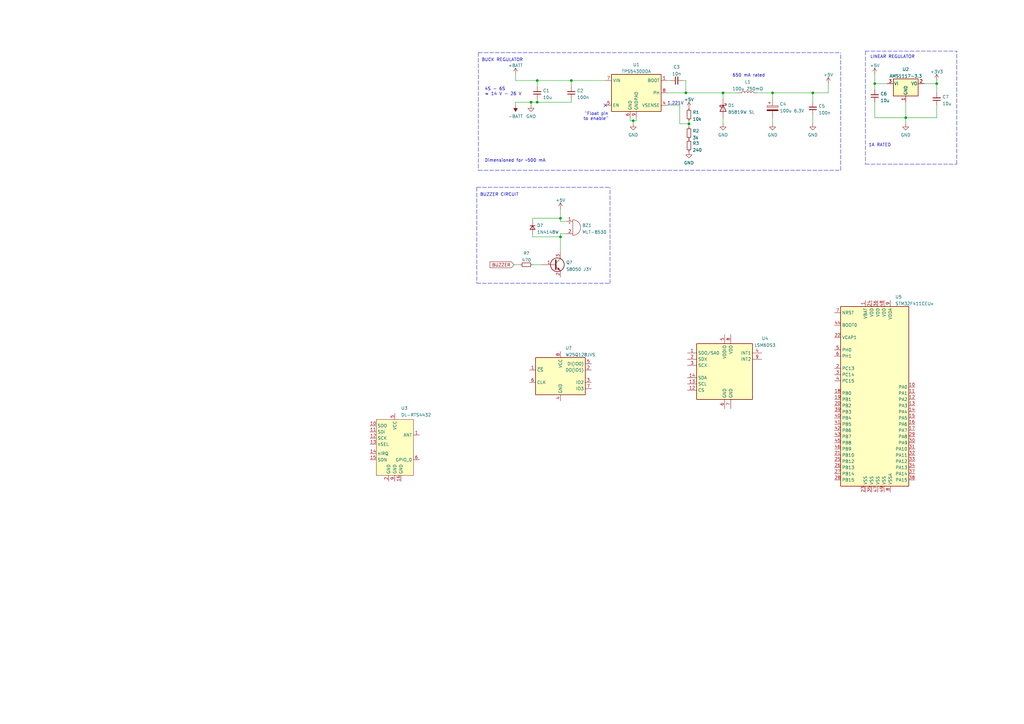
<source format=kicad_sch>
(kicad_sch (version 20211123) (generator eeschema)
  (paper "A3")
  (lib_symbols
    (symbol "000_sjt:DL-RTS4432"
      (property "Reference" "U" (at -7.62 7.62 0))
      (property "Value" "DL-RTS4432" (at 2.54 7.62 0))
      (symbol "DL-RTS4432_0_1"
        (rectangle (start -7.62 6.35) (end 7.62 -16.51) (stroke (width 0.1524)) (fill (type background)))
      )
      (symbol "DL-RTS4432_1_1"
        (pin output line (at 10.16 0 180) (length 2.54) (name "ANT") (number "1"))
        (pin output line (at -10.16 3.81 0) (length 2.54) (name "SDO") (number "10"))
        (pin input line (at -10.16 1.27 0) (length 2.54) (name "SDI") (number "11"))
        (pin input line (at -10.16 -1.27 0) (length 2.54) (name "SCK") (number "12"))
        (pin input line (at -10.16 -3.81 0) (length 2.54) (name "nSEL") (number "13"))
        (pin input line (at -10.16 -7.62 0) (length 2.54) (name "nIRQ") (number "14"))
        (pin input line (at -10.16 -10.16 0) (length 2.54) (name "SDN") (number "15"))
        (pin power_in line (at 2.54 -19.05 90) (length 2.54) (name "GND") (number "16"))
        (pin power_in line (at -2.54 -19.05 90) (length 2.54) (name "GND") (number "2"))
        (pin no_connect line (at 13.97 -19.05 180) (length 2.54) hide (name "NC") (number "3"))
        (pin no_connect line (at 13.97 -21.59 180) (length 2.54) hide (name "NC") (number "4"))
        (pin power_in line (at 0 8.89 270) (length 2.54) (name "VCC") (number "5"))
        (pin bidirectional line (at 10.16 -10.16 180) (length 2.54) (name "GPIO_0") (number "6"))
        (pin no_connect line (at 13.97 -24.13 180) (length 2.54) hide (name "NC") (number "7"))
        (pin no_connect line (at 13.97 -26.67 180) (length 2.54) hide (name "NC") (number "8"))
        (pin power_in line (at 0 -19.05 90) (length 2.54) (name "GND") (number "9"))
      )
    )
    (symbol "Device:Buzzer" (pin_names (offset 0.0254) hide)
      (property "Reference" "BZ" (at 3.81 1.27 0))
      (property "Value" "Buzzer" (at 3.81 -1.27 0))
      (symbol "Buzzer_0_1"
        (arc (start 0 -3.175) (mid 3.175 0) (end 0 3.175))
        (polyline (pts (xy -1.651 1.905) (xy -1.143 1.905)))
        (polyline (pts (xy -1.397 2.159) (xy -1.397 1.651)))
        (polyline (pts (xy 0 3.175) (xy 0 -3.175)))
      )
      (symbol "Buzzer_1_1"
        (pin passive line (at -2.54 2.54 0) (length 2.54) (name "-") (number "1"))
        (pin passive line (at -2.54 -2.54 0) (length 2.54) (name "+") (number "2"))
      )
    )
    (symbol "Device:C_Polarized" (pin_numbers hide) (pin_names (offset 0.254))
      (property "Reference" "C" (at 0.635 2.54 0))
      (property "Value" "C_Polarized" (at 0.635 -2.54 0))
      (symbol "C_Polarized_0_1"
        (rectangle (start -2.286 0.508) (end 2.286 1.016))
        (polyline (pts (xy -1.778 2.286) (xy -0.762 2.286)))
        (polyline (pts (xy -1.27 2.794) (xy -1.27 1.778)))
        (rectangle (start 2.286 -0.508) (end -2.286 -1.016) (fill (type outline)))
      )
      (symbol "C_Polarized_1_1"
        (pin passive line (at 0 3.81 270) (length 2.794) (name "~") (number "1"))
        (pin passive line (at 0 -3.81 90) (length 2.794) (name "~") (number "2"))
      )
    )
    (symbol "Device:C_Small" (pin_numbers hide) (pin_names (offset 0.254) hide)
      (property "Reference" "C" (at 0.254 1.778 0))
      (property "Value" "C_Small" (at 0.254 -2.032 0))
      (symbol "C_Small_0_1"
        (polyline (pts (xy -1.524 -0.508) (xy 1.524 -0.508)) (stroke (width 0.3302)))
        (polyline (pts (xy -1.524 0.508) (xy 1.524 0.508)) (stroke (width 0.3048)))
      )
      (symbol "C_Small_1_1"
        (pin passive line (at 0 2.54 270) (length 2.032) (name "~") (number "1"))
        (pin passive line (at 0 -2.54 90) (length 2.032) (name "~") (number "2"))
      )
    )
    (symbol "Device:D_Schottky" (pin_numbers hide) (pin_names (offset 1.016) hide)
      (property "Reference" "D" (at 0 2.54 0))
      (property "Value" "D_Schottky" (at 0 -2.54 0))
      (symbol "D_Schottky_0_1"
        (polyline (pts (xy 1.27 0) (xy -1.27 0)))
        (polyline (pts (xy 1.27 1.27) (xy 1.27 -1.27) (xy -1.27 0) (xy 1.27 1.27)) (stroke (width 0.254)))
        (polyline (pts (xy -1.905 0.635) (xy -1.905 1.27) (xy -1.27 1.27) (xy -1.27 -1.27) (xy -0.635 -1.27) (xy -0.635 -0.635)) (stroke (width 0.254)))
      )
      (symbol "D_Schottky_1_1"
        (pin passive line (at -3.81 0 0) (length 2.54) (name "K") (number "1"))
        (pin passive line (at 3.81 0 180) (length 2.54) (name "A") (number "2"))
      )
    )
    (symbol "Device:D_Small" (pin_numbers hide) (pin_names (offset 0.254) hide)
      (property "Reference" "D" (at -1.27 2.032 0))
      (property "Value" "D_Small" (at -3.81 -2.032 0))
      (symbol "D_Small_0_1"
        (polyline (pts (xy -0.762 -1.016) (xy -0.762 1.016)) (stroke (width 0.254)))
        (polyline (pts (xy -0.762 0) (xy 0.762 0)))
        (polyline (pts (xy 0.762 -1.016) (xy -0.762 0) (xy 0.762 1.016) (xy 0.762 -1.016)) (stroke (width 0.254)))
      )
      (symbol "D_Small_1_1"
        (pin passive line (at -2.54 0 0) (length 1.778) (name "K") (number "1"))
        (pin passive line (at 2.54 0 180) (length 1.778) (name "A") (number "2"))
      )
    )
    (symbol "Device:L" (pin_numbers hide) (pin_names (offset 1.016) hide)
      (property "Reference" "L" (at -1.27 0 90))
      (property "Value" "L" (at 1.905 0 90))
      (symbol "L_0_1"
        (arc (start 0 -2.54) (mid 0.635 -1.905) (end 0 -1.27))
        (arc (start 0 -1.27) (mid 0.635 -0.635) (end 0 0))
        (arc (start 0 0) (mid 0.635 0.635) (end 0 1.27))
        (arc (start 0 1.27) (mid 0.635 1.905) (end 0 2.54))
      )
      (symbol "L_1_1"
        (pin passive line (at 0 3.81 270) (length 1.27) (name "1") (number "1"))
        (pin passive line (at 0 -3.81 90) (length 1.27) (name "2") (number "2"))
      )
    )
    (symbol "Device:Q_NPN_BEC" (pin_names (offset 0) hide)
      (property "Reference" "Q" (at 5.08 1.27 0))
      (property "Value" "Q_NPN_BEC" (at 5.08 -1.27 0))
      (symbol "Q_NPN_BEC_0_1"
        (polyline (pts (xy 0.635 0.635) (xy 2.54 2.54)))
        (polyline (pts (xy 0.635 -0.635) (xy 2.54 -2.54) (xy 2.54 -2.54)))
        (polyline (pts (xy 0.635 1.905) (xy 0.635 -1.905) (xy 0.635 -1.905)) (stroke (width 0.508)))
        (polyline (pts (xy 1.27 -1.778) (xy 1.778 -1.27) (xy 2.286 -2.286) (xy 1.27 -1.778) (xy 1.27 -1.778)) (fill (type outline)))
        (circle (center 1.27 0) (radius 2.8194) (stroke (width 0.254)))
      )
      (symbol "Q_NPN_BEC_1_1"
        (pin input line (at -5.08 0 0) (length 5.715) (name "B") (number "1"))
        (pin passive line (at 2.54 -5.08 90) (length 2.54) (name "E") (number "2"))
        (pin passive line (at 2.54 5.08 270) (length 2.54) (name "C") (number "3"))
      )
    )
    (symbol "Device:R_Small" (pin_numbers hide) (pin_names (offset 0.254) hide)
      (property "Reference" "R" (at 0.762 0.508 0))
      (property "Value" "R_Small" (at 0.762 -1.016 0))
      (symbol "R_Small_0_1"
        (rectangle (start -0.762 1.778) (end 0.762 -1.778) (stroke (width 0.2032)))
      )
      (symbol "R_Small_1_1"
        (pin passive line (at 0 2.54 270) (length 0.762) (name "~") (number "1"))
        (pin passive line (at 0 -2.54 90) (length 0.762) (name "~") (number "2"))
      )
    )
    (symbol "MCU_ST_STM32F4:STM32F411CEUx"
      (property "Reference" "U" (at -15.24 36.83 0))
      (property "Value" "STM32F411CEUx" (at 7.62 36.83 0))
      (symbol "STM32F411CEUx_0_1"
        (rectangle (start -15.24 -38.1) (end 12.7 35.56) (stroke (width 0.254)) (fill (type background)))
      )
      (symbol "STM32F411CEUx_1_1"
        (pin power_in line (at -5.08 38.1 270) (length 2.54) (name "VBAT") (number "1"))
        (pin bidirectional line (at 15.24 2.54 180) (length 2.54) (name "PA0") (number "10"))
        (pin bidirectional line (at 15.24 0 180) (length 2.54) (name "PA1") (number "11"))
        (pin bidirectional line (at 15.24 -2.54 180) (length 2.54) (name "PA2") (number "12"))
        (pin bidirectional line (at 15.24 -5.08 180) (length 2.54) (name "PA3") (number "13"))
        (pin bidirectional line (at 15.24 -7.62 180) (length 2.54) (name "PA4") (number "14"))
        (pin bidirectional line (at 15.24 -10.16 180) (length 2.54) (name "PA5") (number "15"))
        (pin bidirectional line (at 15.24 -12.7 180) (length 2.54) (name "PA6") (number "16"))
        (pin bidirectional line (at 15.24 -15.24 180) (length 2.54) (name "PA7") (number "17"))
        (pin bidirectional line (at -17.78 0 0) (length 2.54) (name "PB0") (number "18"))
        (pin bidirectional line (at -17.78 -2.54 0) (length 2.54) (name "PB1") (number "19"))
        (pin bidirectional line (at -17.78 10.16 0) (length 2.54) (name "PC13") (number "2"))
        (pin bidirectional line (at -17.78 -5.08 0) (length 2.54) (name "PB2") (number "20"))
        (pin bidirectional line (at -17.78 -25.4 0) (length 2.54) (name "PB10") (number "21"))
        (pin power_in line (at -17.78 22.86 0) (length 2.54) (name "VCAP1") (number "22"))
        (pin power_in line (at -5.08 -40.64 90) (length 2.54) (name "VSS") (number "23"))
        (pin power_in line (at -2.54 38.1 270) (length 2.54) (name "VDD") (number "24"))
        (pin bidirectional line (at -17.78 -27.94 0) (length 2.54) (name "PB12") (number "25"))
        (pin bidirectional line (at -17.78 -30.48 0) (length 2.54) (name "PB13") (number "26"))
        (pin bidirectional line (at -17.78 -33.02 0) (length 2.54) (name "PB14") (number "27"))
        (pin bidirectional line (at -17.78 -35.56 0) (length 2.54) (name "PB15") (number "28"))
        (pin bidirectional line (at 15.24 -17.78 180) (length 2.54) (name "PA8") (number "29"))
        (pin bidirectional line (at -17.78 7.62 0) (length 2.54) (name "PC14") (number "3"))
        (pin bidirectional line (at 15.24 -20.32 180) (length 2.54) (name "PA9") (number "30"))
        (pin bidirectional line (at 15.24 -22.86 180) (length 2.54) (name "PA10") (number "31"))
        (pin bidirectional line (at 15.24 -25.4 180) (length 2.54) (name "PA11") (number "32"))
        (pin bidirectional line (at 15.24 -27.94 180) (length 2.54) (name "PA12") (number "33"))
        (pin bidirectional line (at 15.24 -30.48 180) (length 2.54) (name "PA13") (number "34"))
        (pin power_in line (at -2.54 -40.64 90) (length 2.54) (name "VSS") (number "35"))
        (pin power_in line (at 0 38.1 270) (length 2.54) (name "VDD") (number "36"))
        (pin bidirectional line (at 15.24 -33.02 180) (length 2.54) (name "PA14") (number "37"))
        (pin bidirectional line (at 15.24 -35.56 180) (length 2.54) (name "PA15") (number "38"))
        (pin bidirectional line (at -17.78 -7.62 0) (length 2.54) (name "PB3") (number "39"))
        (pin bidirectional line (at -17.78 5.08 0) (length 2.54) (name "PC15") (number "4"))
        (pin bidirectional line (at -17.78 -10.16 0) (length 2.54) (name "PB4") (number "40"))
        (pin bidirectional line (at -17.78 -12.7 0) (length 2.54) (name "PB5") (number "41"))
        (pin bidirectional line (at -17.78 -15.24 0) (length 2.54) (name "PB6") (number "42"))
        (pin bidirectional line (at -17.78 -17.78 0) (length 2.54) (name "PB7") (number "43"))
        (pin input line (at -17.78 27.94 0) (length 2.54) (name "BOOT0") (number "44"))
        (pin bidirectional line (at -17.78 -20.32 0) (length 2.54) (name "PB8") (number "45"))
        (pin bidirectional line (at -17.78 -22.86 0) (length 2.54) (name "PB9") (number "46"))
        (pin power_in line (at 0 -40.64 90) (length 2.54) (name "VSS") (number "47"))
        (pin power_in line (at 2.54 38.1 270) (length 2.54) (name "VDD") (number "48"))
        (pin power_in line (at 2.54 -40.64 90) (length 2.54) (name "VSS") (number "49"))
        (pin input line (at -17.78 17.78 0) (length 2.54) (name "PH0") (number "5"))
        (pin input line (at -17.78 15.24 0) (length 2.54) (name "PH1") (number "6"))
        (pin input line (at -17.78 33.02 0) (length 2.54) (name "NRST") (number "7"))
        (pin power_in line (at 5.08 -40.64 90) (length 2.54) (name "VSSA") (number "8"))
        (pin power_in line (at 5.08 38.1 270) (length 2.54) (name "VDDA") (number "9"))
      )
    )
    (symbol "Memory_Flash:W25Q128JVS"
      (property "Reference" "U" (at -8.89 8.89 0))
      (property "Value" "W25Q128JVS" (at 7.62 8.89 0))
      (symbol "W25Q128JVS_0_1"
        (rectangle (start -10.16 7.62) (end 10.16 -7.62) (stroke (width 0.254)) (fill (type background)))
      )
      (symbol "W25Q128JVS_1_1"
        (pin input line (at -12.7 2.54 0) (length 2.54) (name "~{CS}") (number "1"))
        (pin bidirectional line (at 12.7 2.54 180) (length 2.54) (name "DO(IO1)") (number "2"))
        (pin bidirectional line (at 12.7 -2.54 180) (length 2.54) (name "IO2") (number "3"))
        (pin power_in line (at 0 -10.16 90) (length 2.54) (name "GND") (number "4"))
        (pin bidirectional line (at 12.7 5.08 180) (length 2.54) (name "DI(IO0)") (number "5"))
        (pin input line (at -12.7 -2.54 0) (length 2.54) (name "CLK") (number "6"))
        (pin bidirectional line (at 12.7 -5.08 180) (length 2.54) (name "IO3") (number "7"))
        (pin power_in line (at 0 10.16 270) (length 2.54) (name "VCC") (number "8"))
      )
    )
    (symbol "Regulator_Linear:AMS1117-3.3" (pin_names (offset 0.254))
      (property "Reference" "U" (at -3.81 3.175 0))
      (property "Value" "AMS1117-3.3" (at 0 3.175 0))
      (symbol "AMS1117-3.3_0_1"
        (rectangle (start -5.08 -5.08) (end 5.08 1.905) (stroke (width 0.254)) (fill (type background)))
      )
      (symbol "AMS1117-3.3_1_1"
        (pin power_in line (at 0 -7.62 90) (length 2.54) (name "GND") (number "1"))
        (pin power_out line (at 7.62 0 180) (length 2.54) (name "VO") (number "2"))
        (pin power_in line (at -7.62 0 0) (length 2.54) (name "VI") (number "3"))
      )
    )
    (symbol "Regulator_Switching:TPS5430DDA"
      (property "Reference" "U" (at -10.16 8.89 0))
      (property "Value" "TPS5430DDA" (at -1.27 8.89 0))
      (symbol "TPS5430DDA_0_1"
        (rectangle (start -10.16 7.62) (end 10.16 -7.62) (stroke (width 0.254)) (fill (type background)))
      )
      (symbol "TPS5430DDA_1_1"
        (pin input line (at 12.7 5.08 180) (length 2.54) (name "BOOT") (number "1"))
        (pin no_connect line (at -10.16 2.54 0) (length 2.54) hide (name "NC") (number "2"))
        (pin no_connect line (at -10.16 -2.54 0) (length 2.54) hide (name "NC") (number "3"))
        (pin input line (at 12.7 -5.08 180) (length 2.54) (name "VSENSE") (number "4"))
        (pin input line (at -12.7 -5.08 0) (length 2.54) (name "EN") (number "5"))
        (pin power_in line (at -2.54 -10.16 90) (length 2.54) (name "GND") (number "6"))
        (pin power_in line (at -12.7 5.08 0) (length 2.54) (name "VIN") (number "7"))
        (pin output line (at 12.7 0 180) (length 2.54) (name "PH") (number "8"))
        (pin power_in line (at 0 -10.16 90) (length 2.54) (name "GNDPAD") (number "9"))
      )
    )
    (symbol "Sensor_Motion:LSM6DS3"
      (property "Reference" "U" (at -11.43 15.24 0))
      (property "Value" "LSM6DS3" (at -11.43 12.7 0))
      (symbol "LSM6DS3_0_1"
        (rectangle (start 11.43 11.43) (end -11.43 -11.43) (stroke (width 0.254)) (fill (type background)))
      )
      (symbol "LSM6DS3_1_1"
        (pin bidirectional line (at -15.24 7.62 0) (length 3.81) (name "SDO/SA0") (number "1"))
        (pin no_connect line (at 10.16 -5.08 180) (length 3.81) hide (name "NC") (number "10"))
        (pin no_connect line (at 10.16 -2.54 180) (length 3.81) hide (name "NC") (number "11"))
        (pin input line (at -15.24 -7.62 0) (length 3.81) (name "CS") (number "12"))
        (pin input line (at -15.24 -5.08 0) (length 3.81) (name "SCL") (number "13"))
        (pin bidirectional line (at -15.24 -2.54 0) (length 3.81) (name "SDA") (number "14"))
        (pin bidirectional line (at -15.24 5.08 0) (length 3.81) (name "SDX") (number "2"))
        (pin input line (at -15.24 2.54 0) (length 3.81) (name "SCX") (number "3"))
        (pin output line (at 15.24 7.62 180) (length 3.81) (name "INT1") (number "4"))
        (pin power_in line (at 0 15.24 270) (length 3.81) (name "VDDIO") (number "5"))
        (pin power_in line (at 0 -15.24 90) (length 3.81) (name "GND") (number "6"))
        (pin power_in line (at 2.54 -15.24 90) (length 3.81) (name "GND") (number "7"))
        (pin power_in line (at 2.54 15.24 270) (length 3.81) (name "VDD") (number "8"))
        (pin output line (at 15.24 5.08 180) (length 3.81) (name "INT2") (number "9"))
      )
    )
    (symbol "power:+3V3" (power) (pin_names (offset 0))
      (property "Value" "+3V3" (at 0 3.556 0))
      (symbol "+3V3_0_1"
        (polyline (pts (xy -0.762 1.27) (xy 0 2.54)))
        (polyline (pts (xy 0 0) (xy 0 2.54)))
        (polyline (pts (xy 0 2.54) (xy 0.762 1.27)))
      )
      (symbol "+3V3_1_1"
        (pin power_in line (at 0 0 90) (length 0) hide (name "+3V3") (number "1"))
      )
    )
    (symbol "power:+5V" (power) (pin_names (offset 0))
      (property "Value" "+5V" (at 0 3.556 0))
      (symbol "+5V_0_1"
        (polyline (pts (xy -0.762 1.27) (xy 0 2.54)))
        (polyline (pts (xy 0 0) (xy 0 2.54)))
        (polyline (pts (xy 0 2.54) (xy 0.762 1.27)))
      )
      (symbol "+5V_1_1"
        (pin power_in line (at 0 0 90) (length 0) hide (name "+5V") (number "1"))
      )
    )
    (symbol "power:+BATT" (power) (pin_names (offset 0))
      (property "Value" "+BATT" (at 0 3.556 0))
      (symbol "+BATT_0_1"
        (polyline (pts (xy -0.762 1.27) (xy 0 2.54)))
        (polyline (pts (xy 0 0) (xy 0 2.54)))
        (polyline (pts (xy 0 2.54) (xy 0.762 1.27)))
      )
      (symbol "+BATT_1_1"
        (pin power_in line (at 0 0 90) (length 0) hide (name "+BATT") (number "1"))
      )
    )
    (symbol "power:-BATT" (power) (pin_names (offset 0))
      (property "Value" "-BATT" (at 0 3.556 0))
      (symbol "-BATT_0_1"
        (polyline (pts (xy 0 0) (xy 0 2.54)))
        (polyline (pts (xy 0.762 1.27) (xy -0.762 1.27) (xy 0 2.54) (xy 0.762 1.27)) (fill (type outline)))
      )
      (symbol "-BATT_1_1"
        (pin power_in line (at 0 0 90) (length 0) hide (name "-BATT") (number "1"))
      )
    )
    (symbol "power:GND" (power) (pin_names (offset 0))
      (property "Value" "GND" (at 0 -3.81 0))
      (symbol "GND_0_1"
        (polyline (pts (xy 0 0) (xy 0 -1.27) (xy 1.27 -1.27) (xy 0 -2.54) (xy -1.27 -1.27) (xy 0 -1.27)))
      )
      (symbol "GND_1_1"
        (pin power_in line (at 0 0 270) (length 0) hide (name "GND") (number "1"))
      )
    )
  )
  (junction (at 384.175 34.29))
  (junction (at 220.345 33.02))
  (junction (at 281.305 38.1))
  (junction (at 316.865 38.1))
  (junction (at 333.375 38.1))
  (junction (at 282.575 50.8))
  (junction (at 358.775 34.29))
  (junction (at 259.715 49.53))
  (junction (at 234.315 33.02))
  (junction (at 229.87 89.535))
  (junction (at 220.345 41.91))
  (junction (at 371.475 48.26))
  (junction (at 296.545 38.1))
  (junction (at 217.805 41.91))
  (junction (at 229.87 97.155))
  (no_connect (at 248.285 43.18))
  (wire (pts (xy 358.775 48.26) (xy 371.475 48.26)))
  (wire (pts (xy 384.175 43.18) (xy 384.175 48.26)))
  (wire (pts (xy 210.82 108.585) (xy 213.36 108.585)))
  (wire (pts (xy 234.315 33.02) (xy 234.315 35.56)))
  (wire (pts (xy 316.865 48.26) (xy 316.865 50.8)))
  (wire (pts (xy 218.44 108.585) (xy 222.25 108.585)))
  (wire (pts (xy 259.715 49.53) (xy 259.715 50.8)))
  (polyline (pts (xy 392.43 67.31) (xy 392.43 20.955)))
  (polyline (pts (xy 354.965 20.955) (xy 392.43 20.955)))
  (wire (pts (xy 211.455 30.48) (xy 211.455 33.02)))
  (wire (pts (xy 211.455 33.02) (xy 220.345 33.02)))
  (wire (pts (xy 211.455 41.91) (xy 217.805 41.91)))
  (wire (pts (xy 218.44 89.535) (xy 229.87 89.535)))
  (wire (pts (xy 229.87 90.805) (xy 232.41 90.805)))
  (wire (pts (xy 379.095 34.29) (xy 384.175 34.29)))
  (polyline (pts (xy 344.805 69.85) (xy 344.805 21.59)))
  (wire (pts (xy 229.87 85.725) (xy 229.87 89.535)))
  (polyline (pts (xy 196.215 21.59) (xy 344.805 21.59)))
  (polyline (pts (xy 354.965 67.31) (xy 392.43 67.31)))
  (wire (pts (xy 218.44 90.805) (xy 218.44 89.535)))
  (wire (pts (xy 211.455 43.18) (xy 211.455 41.91)))
  (wire (pts (xy 333.375 41.91) (xy 333.375 38.1)))
  (wire (pts (xy 260.985 48.26) (xy 260.985 49.53)))
  (polyline (pts (xy 250.19 116.205) (xy 250.19 76.835)))
  (wire (pts (xy 278.765 50.8) (xy 282.575 50.8)))
  (wire (pts (xy 280.035 33.02) (xy 281.305 33.02)))
  (wire (pts (xy 229.87 95.885) (xy 229.87 97.155)))
  (wire (pts (xy 220.345 41.91) (xy 234.315 41.91)))
  (wire (pts (xy 358.775 30.48) (xy 358.775 34.29)))
  (wire (pts (xy 258.445 48.26) (xy 258.445 49.53)))
  (wire (pts (xy 358.775 34.29) (xy 358.775 36.83)))
  (wire (pts (xy 371.475 41.91) (xy 371.475 48.26)))
  (wire (pts (xy 296.545 38.1) (xy 302.895 38.1)))
  (wire (pts (xy 310.515 38.1) (xy 316.865 38.1)))
  (wire (pts (xy 316.865 38.1) (xy 316.865 40.64)))
  (wire (pts (xy 273.685 38.1) (xy 281.305 38.1)))
  (wire (pts (xy 217.805 41.91) (xy 217.805 43.18)))
  (wire (pts (xy 260.985 49.53) (xy 259.715 49.53)))
  (wire (pts (xy 339.725 38.1) (xy 339.725 34.29)))
  (polyline (pts (xy 354.965 20.955) (xy 354.965 67.31)))
  (wire (pts (xy 281.305 33.02) (xy 281.305 38.1)))
  (wire (pts (xy 220.345 41.91) (xy 220.345 40.64)))
  (wire (pts (xy 371.475 48.26) (xy 371.475 50.8)))
  (wire (pts (xy 232.41 95.885) (xy 229.87 95.885)))
  (wire (pts (xy 258.445 49.53) (xy 259.715 49.53)))
  (wire (pts (xy 296.545 38.1) (xy 296.545 40.64)))
  (wire (pts (xy 282.575 49.53) (xy 282.575 50.8)))
  (wire (pts (xy 234.315 33.02) (xy 248.285 33.02)))
  (wire (pts (xy 384.175 48.26) (xy 371.475 48.26)))
  (wire (pts (xy 333.375 38.1) (xy 316.865 38.1)))
  (wire (pts (xy 281.305 38.1) (xy 296.545 38.1)))
  (wire (pts (xy 273.685 43.18) (xy 278.765 43.18)))
  (wire (pts (xy 384.175 34.29) (xy 384.175 33.02)))
  (wire (pts (xy 217.805 41.91) (xy 220.345 41.91)))
  (wire (pts (xy 333.375 38.1) (xy 339.725 38.1)))
  (wire (pts (xy 384.175 34.29) (xy 384.175 38.1)))
  (wire (pts (xy 358.775 41.91) (xy 358.775 48.26)))
  (polyline (pts (xy 195.58 76.835) (xy 250.19 76.835)))
  (polyline (pts (xy 196.215 69.85) (xy 344.805 69.85)))
  (polyline (pts (xy 195.58 116.205) (xy 250.19 116.205)))
  (wire (pts (xy 282.575 50.8) (xy 282.575 52.07)))
  (wire (pts (xy 273.685 33.02) (xy 274.955 33.02)))
  (wire (pts (xy 278.765 43.18) (xy 278.765 50.8)))
  (wire (pts (xy 218.44 97.155) (xy 229.87 97.155)))
  (polyline (pts (xy 196.215 21.59) (xy 196.215 69.85)))
  (wire (pts (xy 229.87 89.535) (xy 229.87 90.805)))
  (wire (pts (xy 229.87 97.155) (xy 229.87 103.505)))
  (wire (pts (xy 218.44 95.885) (xy 218.44 97.155)))
  (wire (pts (xy 220.345 33.02) (xy 234.315 33.02)))
  (wire (pts (xy 358.775 34.29) (xy 363.855 34.29)))
  (polyline (pts (xy 195.58 76.835) (xy 195.58 116.205)))
  (wire (pts (xy 220.345 33.02) (xy 220.345 35.56)))
  (wire (pts (xy 234.315 41.91) (xy 234.315 40.64)))
  (wire (pts (xy 333.375 46.99) (xy 333.375 50.8)))
  (wire (pts (xy 296.545 48.26) (xy 296.545 50.8)))
  (text "BUZZER CIRCUIT" (at 196.85 80.645 0) (effects (font (size 1.27 1.27)) (justify left bottom)))
  (text "BUCK REGULATOR" (at 197.485 25.4 0) (effects (font (size 1.27 1.27)) (justify left bottom)))
  (text "1A RATED" (at 356.235 60.325 0) (effects (font (size 1.27 1.27)) (justify left bottom)))
  (text "LINEAR REGULATOR" (at 356.87 24.13 0) (effects (font (size 1.27 1.27)) (justify left bottom)))
  (text "\"Float pin\nto enable\"" (at 249.555 49.53 180) (effects (font (size 1.27 1.27)) (justify right bottom)))
  (text "Dimensioned for ~500 mA" (at 198.755 66.675 0) (effects (font (size 1.27 1.27)) (justify left bottom)))
  (text "650 mA rated" (at 300.355 31.75 0) (effects (font (size 1.27 1.27)) (justify left bottom)))
  (text "4S - 6S\n≈ 14 V - 26 V" (at 198.755 39.37 0) (effects (font (size 1.27 1.27)) (justify left bottom)))
  (text "1.221V" (at 273.685 43.18 0) (effects (font (size 1.27 1.27)) (justify left bottom)))
  (global_label "BUZZER" (shape input) (at 210.82 108.585 180) (property "Intersheet References" "${INTERSHEET_REFS}" (effects hide)))
  (symbol (lib_id "Regulator_Switching:TPS5430DDA") (at 260.985 38.1 0) (unit 1)
    (property "Reference" "U1" (at 260.985 26.5135 0))
    (property "Value" "TPS5430DDA" (at 260.985 29.2886 0))
    (property "Footprint" "Package_SO:TI_SO-PowerPAD-8_ThermalVias" (effects hide))
    (property "Datasheet" "http://www.ti.com/lit/ds/symlink/tps5430.pdf" (effects hide))
    (property "LCSC" "C9864" (effects hide))
  )
  (symbol (lib_id "MCU_ST_STM32F4:STM32F411CEUx") (at 360.045 161.29 0) (unit 1)
    (property "Reference" "U5" (at 367.1444 121.7635 0) (effects (justify left)))
    (property "Value" "STM32F411CEUx" (at 367.1444 124.5386 0) (effects (justify left)))
    (property "Footprint" "Package_DFN_QFN:QFN-48-1EP_7x7mm_P0.5mm_EP5.6x5.6mm" (effects hide))
    (property "Datasheet" "http://www.st.com/st-web-ui/static/active/en/resource/technical/document/datasheet/DM00115249.pdf" (effects hide))
  )
  (symbol (lib_id "power:GND") (at 217.805 43.18 0) (unit 1)
    (property "Reference" "#PWR03" (effects hide))
    (property "Value" "GND" (at 217.805 47.7425 0))
  )
  (symbol (lib_id "Device:L") (at 306.705 38.1 90) (unit 1)
    (property "Reference" "L1" (at 306.705 33.6255 90))
    (property "Value" "100u 250mΩ" (at 306.705 36.4006 90))
    (property "Footprint" "Inductor_SMD:L_7.3x7.3_H4.5" (effects hide))
    (property "LCSC" "C254876" (effects hide))
  )
  (symbol (lib_id "Device:R_Small") (at 282.575 54.61 0) (unit 1)
    (property "Reference" "R2" (at 284.0736 53.7015 0) (effects (justify left)))
    (property "Value" "3k" (at 284.0736 56.4766 0) (effects (justify left)))
    (property "Footprint" "Resistor_SMD:R_0603_1608Metric" (effects hide))
    (property "LCSC" "C4211" (effects hide))
  )
  (symbol (lib_id "Device:Q_NPN_BEC") (at 227.33 108.585 0) (unit 1)
    (property "Reference" "Q?" (at 232.1814 107.6765 0) (effects (justify left)))
    (property "Value" "S8050 J3Y" (at 232.1814 110.4516 0) (effects (justify left)))
    (property "Footprint" "Package_TO_SOT_SMD:SOT-23" (effects hide))
    (property "LCSC" "C2146" (effects hide))
  )
  (symbol (lib_id "Device:C_Small") (at 358.775 39.37 180) (unit 1)
    (property "Reference" "C6" (at 361.0991 38.4551 0) (effects (justify right)))
    (property "Value" "10u" (at 361.0991 41.2302 0) (effects (justify right)))
    (property "Footprint" "Capacitor_SMD:C_1206_3216Metric_Pad1.33x1.80mm_HandSolder" (effects hide))
    (property "LCSC" "C13585" (effects hide))
  )
  (symbol (lib_id "Device:D_Schottky") (at 296.545 44.45 270) (unit 1)
    (property "Reference" "D1" (at 298.577 43.224 90) (effects (justify left)))
    (property "Value" "B5819W SL" (at 298.577 45.9991 90) (effects (justify left)))
    (property "Footprint" "Diode_SMD:D_SOD-123" (effects hide))
    (property "LCSC" "C8598" (effects hide))
  )
  (symbol (lib_id "Device:C_Small") (at 234.315 38.1 180) (unit 1)
    (property "Reference" "C2" (at 236.6391 37.1851 0) (effects (justify right)))
    (property "Value" "100n" (at 236.6391 39.9602 0) (effects (justify right)))
    (property "Footprint" "Capacitor_SMD:C_0603_1608Metric_Pad1.08x0.95mm_HandSolder" (effects hide))
    (property "LCSC" "C14663" (effects hide))
  )
  (symbol (lib_id "power:+5V") (at 229.87 85.725 0) (unit 1)
    (property "Reference" "#PWR?" (effects hide))
    (property "Value" "+5V" (at 229.87 82.1205 0))
  )
  (symbol (lib_id "Regulator_Linear:AMS1117-3.3") (at 371.475 34.29 0) (unit 1)
    (property "Reference" "U2" (at 371.475 28.4185 0))
    (property "Value" "AMS1117-3.3" (at 371.475 31.1936 0))
    (property "Footprint" "Package_TO_SOT_SMD:SOT-223-3_TabPin2" (effects hide))
    (property "Datasheet" "http://www.advanced-monolithic.com/pdf/ds1117.pdf" (effects hide))
    (property "LCSC" "C6186" (effects hide))
  )
  (symbol (lib_id "power:GND") (at 282.575 62.23 0) (unit 1)
    (property "Reference" "#PWR06" (effects hide))
    (property "Value" "GND" (at 282.575 66.7925 0))
  )
  (symbol (lib_id "Device:C_Polarized") (at 316.865 44.45 0) (unit 1)
    (property "Reference" "C4" (at 319.786 42.6525 0) (effects (justify left)))
    (property "Value" "100u 6.3V" (at 319.786 45.4276 0) (effects (justify left)))
    (property "Footprint" "Capacitor_Tantalum_SMD:CP_EIA-3528-15_AVX-H_Pad1.50x2.35mm_HandSolder" (effects hide))
    (property "LCSC" "C16133" (effects hide))
  )
  (symbol (lib_id "Device:R_Small") (at 215.9 108.585 90) (unit 1)
    (property "Reference" "R?" (at 215.9 103.8819 90))
    (property "Value" "470" (at 215.9 106.657 90))
    (property "Footprint" "Resistor_SMD:R_0603_1608Metric" (effects hide))
    (property "LCSC" "C23179" (effects hide))
  )
  (symbol (lib_id "Device:C_Small") (at 277.495 33.02 90) (unit 1)
    (property "Reference" "C3" (at 277.5013 27.4914 90))
    (property "Value" "10n" (at 277.5013 30.2665 90))
    (property "Footprint" "Capacitor_SMD:C_0603_1608Metric" (effects hide))
    (property "LCSC" "C57112" (effects hide))
  )
  (symbol (lib_id "Memory_Flash:W25Q128JVS") (at 229.87 154.305 0) (unit 1)
    (property "Reference" "U?" (at 231.8894 142.7185 0) (effects (justify left)))
    (property "Value" "W25Q128JVS" (at 231.8894 145.4936 0) (effects (justify left)))
    (property "Footprint" "Package_SO:SOIC-8_5.23x5.23mm_P1.27mm" (effects hide))
    (property "Datasheet" "http://www.winbond.com/resource-files/w25q128jv_dtr%20revc%2003272018%20plus.pdf" (effects hide))
  )
  (symbol (lib_id "power:+3V3") (at 384.175 33.02 0) (unit 1)
    (property "Reference" "#PWR013" (effects hide))
    (property "Value" "+3V3" (at 384.175 29.4155 0))
  )
  (symbol (lib_id "power:+5V") (at 282.575 44.45 0) (unit 1)
    (property "Reference" "#PWR05" (effects hide))
    (property "Value" "+5V" (at 282.575 40.8455 0))
  )
  (symbol (lib_id "power:+5V") (at 339.725 34.29 0) (unit 1)
    (property "Reference" "#PWR010" (effects hide))
    (property "Value" "+5V" (at 339.725 30.6855 0))
  )
  (symbol (lib_id "Device:R_Small") (at 282.575 46.99 0) (unit 1)
    (property "Reference" "R1" (at 284.0736 46.0815 0) (effects (justify left)))
    (property "Value" "10k" (at 284.0736 48.8566 0) (effects (justify left)))
    (property "Footprint" "Resistor_SMD:R_0603_1608Metric" (effects hide))
    (property "LCSC" "C25804" (effects hide))
  )
  (symbol (lib_id "Device:C_Small") (at 333.375 44.45 180) (unit 1)
    (property "Reference" "C5" (at 335.6991 43.5351 0) (effects (justify right)))
    (property "Value" "100n" (at 335.6991 46.3102 0) (effects (justify right)))
    (property "Footprint" "Capacitor_SMD:C_0603_1608Metric_Pad1.08x0.95mm_HandSolder" (effects hide))
    (property "LCSC" "C14663" (effects hide))
  )
  (symbol (lib_id "Device:C_Small") (at 384.175 40.64 180) (unit 1)
    (property "Reference" "C7" (at 386.4991 39.7251 0) (effects (justify right)))
    (property "Value" "10u" (at 386.4991 42.5002 0) (effects (justify right)))
    (property "Footprint" "Capacitor_SMD:C_1206_3216Metric_Pad1.33x1.80mm_HandSolder" (effects hide))
    (property "LCSC" "C13585" (effects hide))
  )
  (symbol (lib_id "000_sjt:DL-RTS4432") (at 161.925 178.435 0) (unit 1)
    (property "Reference" "U3" (at 164.465 167.4049 0) (effects (justify left)))
    (property "Value" "DL-RTS4432" (at 164.465 170.18 0) (effects (justify left)))
    (property "Footprint" "000_sjt:DL-RTS4432_board" (effects hide))
    (property "Datasheet" "https://datasheet.lcsc.com/lcsc/1912111437_DreamLNK-DL-RTS4432-433M_C381165.pdf" (effects hide))
    (property "LCSC" "C381165" (effects hide))
  )
  (symbol (lib_id "power:GND") (at 333.375 50.8 0) (unit 1)
    (property "Reference" "#PWR09" (effects hide))
    (property "Value" "GND" (at 333.375 55.3625 0))
  )
  (symbol (lib_id "Sensor_Motion:LSM6DS3") (at 297.18 152.4 0) (unit 1)
    (property "Reference" "U4" (at 313.7452 138.8067 0))
    (property "Value" "LSM6DS3" (at 313.7452 141.5818 0))
    (property "Footprint" "Package_LGA:LGA-14_3x2.5mm_P0.5mm_LayoutBorder3x4y" (effects hide))
    (property "Datasheet" "www.st.com/resource/en/datasheet/lsm6ds3.pdf" (effects hide))
  )
  (symbol (lib_id "power:GND") (at 259.715 50.8 0) (unit 1)
    (property "Reference" "#PWR04" (effects hide))
    (property "Value" "GND" (at 259.715 55.3625 0))
  )
  (symbol (lib_id "power:+BATT") (at 211.455 30.48 0) (unit 1)
    (property "Reference" "#PWR01" (effects hide))
    (property "Value" "+BATT" (at 211.455 26.8755 0))
  )
  (symbol (lib_id "power:GND") (at 316.865 50.8 0) (unit 1)
    (property "Reference" "#PWR08" (effects hide))
    (property "Value" "GND" (at 316.865 55.3625 0))
  )
  (symbol (lib_id "power:GND") (at 296.545 50.8 0) (unit 1)
    (property "Reference" "#PWR07" (effects hide))
    (property "Value" "GND" (at 296.545 55.3625 0))
  )
  (symbol (lib_id "power:-BATT") (at 211.455 43.18 180) (unit 1)
    (property "Reference" "#PWR02" (effects hide))
    (property "Value" "-BATT" (at 211.455 47.7425 0))
  )
  (symbol (lib_id "Device:R_Small") (at 282.575 59.69 0) (unit 1)
    (property "Reference" "R3" (at 284.0736 58.7815 0) (effects (justify left)))
    (property "Value" "240" (at 284.0736 61.5566 0) (effects (justify left)))
    (property "Footprint" "Resistor_SMD:R_0603_1608Metric" (effects hide))
    (property "LCSC" "C23350" (effects hide))
  )
  (symbol (lib_id "power:GND") (at 371.475 50.8 0) (unit 1)
    (property "Reference" "#PWR012" (effects hide))
    (property "Value" "GND" (at 371.475 55.3625 0))
  )
  (symbol (lib_id "Device:C_Small") (at 220.345 38.1 180) (unit 1)
    (property "Reference" "C1" (at 222.6691 37.1851 0) (effects (justify right)))
    (property "Value" "10u" (at 222.6691 39.9602 0) (effects (justify right)))
    (property "Footprint" "Capacitor_SMD:C_1206_3216Metric_Pad1.33x1.80mm_HandSolder" (effects hide))
    (property "LCSC" "C13585" (effects hide))
  )
  (symbol (lib_id "Device:D_Small") (at 218.44 93.345 270) (unit 1)
    (property "Reference" "D?" (at 220.218 92.4365 90) (effects (justify left)))
    (property "Value" "1N4148W" (at 220.218 95.2116 90) (effects (justify left)))
    (property "Footprint" "Diode_SMD:D_SOD-123" (effects hide))
    (property "Datasheet" "https://datasheet.lcsc.com/lcsc/1811061725_ST-Semtech-1N4148W_C81598.pdf" (effects hide))
    (property "LCSC" "C81598" (effects hide))
  )
  (symbol (lib_id "Device:Buzzer") (at 234.95 93.345 0) (unit 1)
    (property "Reference" "BZ1" (at 238.76 92.4365 0) (effects (justify left)))
    (property "Value" "MLT-8530" (at 238.76 95.2116 0) (effects (justify left)))
    (property "Footprint" "Buzzer_Beeper:Buzzer_TDK_PS1240P02BT_D12.2mm_H6.5mm" (effects hide))
    (property "Datasheet" "https://datasheet.lcsc.com/lcsc/1811151451_Jiangsu-Huaneng-Elec-MLT-8530_C94599.pdf" (effects hide))
    (property "LCSC" "C94599" (effects hide))
  )
  (symbol (lib_id "power:+5V") (at 358.775 30.48 0) (unit 1)
    (property "Reference" "#PWR011" (effects hide))
    (property "Value" "+5V" (at 358.775 26.8755 0))
  )
)
</source>
